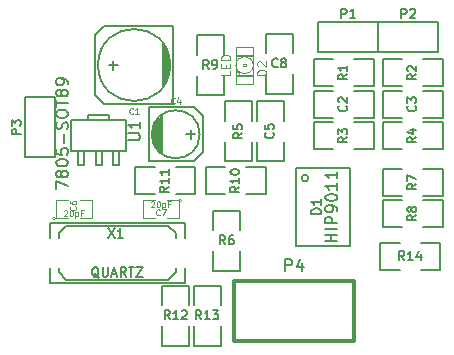
<source format=gto>
G04 (created by PCBNEW (2013-07-07 BZR 4022)-stable) date 06/12/2013 23:02:34*
%MOIN*%
G04 Gerber Fmt 3.4, Leading zero omitted, Abs format*
%FSLAX34Y34*%
G01*
G70*
G90*
G04 APERTURE LIST*
%ADD10C,0.00393701*%
%ADD11C,0.005*%
%ADD12C,0.0039*%
%ADD13C,0.00590551*%
%ADD14C,0.012*%
%ADD15C,0.006*%
%ADD16C,0.0026*%
%ADD17C,0.004*%
%ADD18C,0.0059*%
%ADD19C,0.0079*%
%ADD20C,0.0043*%
%ADD21C,0.008*%
%ADD22C,0.0035*%
%ADD23C,0.0047*%
G04 APERTURE END LIST*
G54D10*
G54D11*
X37514Y-15866D02*
X37514Y-13266D01*
X37514Y-13266D02*
X35714Y-13266D01*
X35714Y-13266D02*
X35714Y-15866D01*
X35714Y-15866D02*
X37514Y-15866D01*
X36125Y-13616D02*
G75*
G03X36125Y-13616I-111J0D01*
G74*
G01*
X29623Y-13189D02*
X29823Y-13189D01*
X29823Y-13189D02*
X29823Y-12719D01*
X29623Y-13189D02*
X29623Y-12719D01*
X29033Y-13189D02*
X29033Y-12719D01*
X29233Y-13189D02*
X29233Y-12719D01*
X29033Y-13189D02*
X29233Y-13189D01*
X28443Y-13189D02*
X28643Y-13189D01*
X28643Y-13189D02*
X28643Y-12719D01*
X28443Y-13189D02*
X28443Y-12719D01*
X28778Y-11494D02*
X29488Y-11494D01*
X29488Y-11494D02*
X29488Y-11689D01*
X28778Y-11494D02*
X28778Y-11689D01*
X28228Y-12719D02*
X28228Y-11689D01*
X28228Y-11689D02*
X30038Y-11689D01*
X30038Y-11689D02*
X30038Y-12719D01*
X30038Y-12719D02*
X28228Y-12719D01*
X40520Y-16670D02*
X40520Y-15770D01*
X40520Y-15770D02*
X39870Y-15770D01*
X39170Y-16670D02*
X38520Y-16670D01*
X38520Y-16670D02*
X38520Y-15770D01*
X38520Y-15770D02*
X39170Y-15770D01*
X39870Y-16670D02*
X40520Y-16670D01*
X32150Y-17200D02*
X31250Y-17200D01*
X31250Y-17200D02*
X31250Y-17850D01*
X32150Y-18550D02*
X32150Y-19200D01*
X32150Y-19200D02*
X31250Y-19200D01*
X31250Y-19200D02*
X31250Y-18550D01*
X32150Y-17850D02*
X32150Y-17200D01*
X30350Y-13250D02*
X30350Y-14150D01*
X30350Y-14150D02*
X31000Y-14150D01*
X31700Y-13250D02*
X32350Y-13250D01*
X32350Y-13250D02*
X32350Y-14150D01*
X32350Y-14150D02*
X31700Y-14150D01*
X31000Y-13250D02*
X30350Y-13250D01*
X32700Y-13250D02*
X32700Y-14150D01*
X32700Y-14150D02*
X33350Y-14150D01*
X34050Y-13250D02*
X34700Y-13250D01*
X34700Y-13250D02*
X34700Y-14150D01*
X34700Y-14150D02*
X34050Y-14150D01*
X33350Y-13250D02*
X32700Y-13250D01*
X33300Y-8850D02*
X32400Y-8850D01*
X32400Y-8850D02*
X32400Y-9500D01*
X33300Y-10200D02*
X33300Y-10850D01*
X33300Y-10850D02*
X32400Y-10850D01*
X32400Y-10850D02*
X32400Y-10200D01*
X33300Y-9500D02*
X33300Y-8850D01*
X33200Y-17200D02*
X32300Y-17200D01*
X32300Y-17200D02*
X32300Y-17850D01*
X33200Y-18550D02*
X33200Y-19200D01*
X33200Y-19200D02*
X32300Y-19200D01*
X32300Y-19200D02*
X32300Y-18550D01*
X33200Y-17850D02*
X33200Y-17200D01*
X34250Y-11050D02*
X33350Y-11050D01*
X33350Y-11050D02*
X33350Y-11700D01*
X34250Y-12400D02*
X34250Y-13050D01*
X34250Y-13050D02*
X33350Y-13050D01*
X33350Y-13050D02*
X33350Y-12400D01*
X34250Y-11700D02*
X34250Y-11050D01*
X34700Y-10800D02*
X35600Y-10800D01*
X35600Y-10800D02*
X35600Y-10150D01*
X34700Y-9450D02*
X34700Y-8800D01*
X34700Y-8800D02*
X35600Y-8800D01*
X35600Y-8800D02*
X35600Y-9450D01*
X34700Y-10150D02*
X34700Y-10800D01*
X32950Y-16700D02*
X33850Y-16700D01*
X33850Y-16700D02*
X33850Y-16050D01*
X32950Y-15350D02*
X32950Y-14700D01*
X32950Y-14700D02*
X33850Y-14700D01*
X33850Y-14700D02*
X33850Y-15350D01*
X32950Y-16050D02*
X32950Y-16700D01*
X34400Y-13050D02*
X35300Y-13050D01*
X35300Y-13050D02*
X35300Y-12400D01*
X34400Y-11700D02*
X34400Y-11050D01*
X34400Y-11050D02*
X35300Y-11050D01*
X35300Y-11050D02*
X35300Y-11700D01*
X34400Y-12400D02*
X34400Y-13050D01*
X38600Y-14350D02*
X38600Y-15250D01*
X38600Y-15250D02*
X39250Y-15250D01*
X39950Y-14350D02*
X40600Y-14350D01*
X40600Y-14350D02*
X40600Y-15250D01*
X40600Y-15250D02*
X39950Y-15250D01*
X39250Y-14350D02*
X38600Y-14350D01*
X38600Y-13300D02*
X38600Y-14200D01*
X38600Y-14200D02*
X39250Y-14200D01*
X39950Y-13300D02*
X40600Y-13300D01*
X40600Y-13300D02*
X40600Y-14200D01*
X40600Y-14200D02*
X39950Y-14200D01*
X39250Y-13300D02*
X38600Y-13300D01*
X38600Y-11750D02*
X38600Y-12650D01*
X38600Y-12650D02*
X39250Y-12650D01*
X39950Y-11750D02*
X40600Y-11750D01*
X40600Y-11750D02*
X40600Y-12650D01*
X40600Y-12650D02*
X39950Y-12650D01*
X39250Y-11750D02*
X38600Y-11750D01*
X36300Y-11750D02*
X36300Y-12650D01*
X36300Y-12650D02*
X36950Y-12650D01*
X37650Y-11750D02*
X38300Y-11750D01*
X38300Y-11750D02*
X38300Y-12650D01*
X38300Y-12650D02*
X37650Y-12650D01*
X36950Y-11750D02*
X36300Y-11750D01*
X40600Y-11600D02*
X40600Y-10700D01*
X40600Y-10700D02*
X39950Y-10700D01*
X39250Y-11600D02*
X38600Y-11600D01*
X38600Y-11600D02*
X38600Y-10700D01*
X38600Y-10700D02*
X39250Y-10700D01*
X39950Y-11600D02*
X40600Y-11600D01*
X40600Y-10550D02*
X40600Y-9650D01*
X40600Y-9650D02*
X39950Y-9650D01*
X39250Y-10550D02*
X38600Y-10550D01*
X38600Y-10550D02*
X38600Y-9650D01*
X38600Y-9650D02*
X39250Y-9650D01*
X39950Y-10550D02*
X40600Y-10550D01*
X38300Y-10550D02*
X38300Y-9650D01*
X38300Y-9650D02*
X37650Y-9650D01*
X36950Y-10550D02*
X36300Y-10550D01*
X36300Y-10550D02*
X36300Y-9650D01*
X36300Y-9650D02*
X36950Y-9650D01*
X37650Y-10550D02*
X38300Y-10550D01*
X38300Y-11600D02*
X38300Y-10700D01*
X38300Y-10700D02*
X37650Y-10700D01*
X36950Y-11600D02*
X36300Y-11600D01*
X36300Y-11600D02*
X36300Y-10700D01*
X36300Y-10700D02*
X36950Y-10700D01*
X37650Y-11600D02*
X38300Y-11600D01*
G54D12*
X27700Y-14950D02*
G75*
G03X27700Y-14950I-50J0D01*
G74*
G01*
X28100Y-14950D02*
X27700Y-14950D01*
X27700Y-14950D02*
X27700Y-14350D01*
X27700Y-14350D02*
X28100Y-14350D01*
X28500Y-14350D02*
X28900Y-14350D01*
X28900Y-14350D02*
X28900Y-14950D01*
X28900Y-14950D02*
X28500Y-14950D01*
X31900Y-14350D02*
G75*
G03X31900Y-14350I-50J0D01*
G74*
G01*
X31400Y-14350D02*
X31800Y-14350D01*
X31800Y-14350D02*
X31800Y-14950D01*
X31800Y-14950D02*
X31400Y-14950D01*
X31000Y-14950D02*
X30600Y-14950D01*
X30600Y-14950D02*
X30600Y-14350D01*
X30600Y-14350D02*
X31000Y-14350D01*
G54D13*
X27800Y-15450D02*
X27800Y-15600D01*
X27800Y-16750D02*
X27800Y-16600D01*
X31700Y-16750D02*
X31700Y-16600D01*
X31700Y-15450D02*
X31700Y-15600D01*
X32000Y-15100D02*
X32000Y-15600D01*
X32000Y-17100D02*
X32000Y-16600D01*
X27500Y-17100D02*
X27500Y-16600D01*
X27500Y-15100D02*
X27500Y-15600D01*
X27800Y-16750D02*
X28050Y-17000D01*
X28050Y-17000D02*
X31450Y-17000D01*
X31450Y-17000D02*
X31700Y-16750D01*
X31700Y-15450D02*
X31450Y-15200D01*
X31450Y-15200D02*
X28050Y-15200D01*
X28050Y-15200D02*
X27800Y-15450D01*
X32000Y-17100D02*
X27500Y-17100D01*
X27500Y-15100D02*
X32000Y-15100D01*
G54D14*
X33650Y-17050D02*
X37650Y-17050D01*
X37650Y-17050D02*
X37650Y-19050D01*
X37650Y-19050D02*
X33650Y-19050D01*
X33650Y-19050D02*
X33650Y-17050D01*
G54D15*
X38450Y-9400D02*
X38450Y-8400D01*
X38450Y-8400D02*
X40450Y-8400D01*
X40450Y-8400D02*
X40450Y-9400D01*
X40450Y-9400D02*
X38450Y-9400D01*
X36450Y-9400D02*
X36450Y-8400D01*
X36450Y-8400D02*
X38450Y-8400D01*
X38450Y-8400D02*
X38450Y-9400D01*
X38450Y-9400D02*
X36450Y-9400D01*
X27665Y-12917D02*
X26665Y-12917D01*
X26665Y-12917D02*
X26665Y-10917D01*
X26665Y-10917D02*
X27665Y-10917D01*
X27665Y-10917D02*
X27665Y-12917D01*
G54D16*
X33961Y-9811D02*
X33961Y-9889D01*
X33961Y-9889D02*
X34039Y-9889D01*
X34039Y-9811D02*
X34039Y-9889D01*
X33961Y-9811D02*
X34039Y-9811D01*
X33725Y-10027D02*
X33725Y-10164D01*
X33725Y-10164D02*
X33823Y-10164D01*
X33823Y-10027D02*
X33823Y-10164D01*
X33725Y-10027D02*
X33823Y-10027D01*
X33725Y-10164D02*
X33725Y-10204D01*
X33725Y-10204D02*
X34196Y-10204D01*
X34196Y-10164D02*
X34196Y-10204D01*
X33725Y-10164D02*
X34196Y-10164D01*
X34216Y-10164D02*
X34216Y-10204D01*
X34216Y-10204D02*
X34275Y-10204D01*
X34275Y-10164D02*
X34275Y-10204D01*
X34216Y-10164D02*
X34275Y-10164D01*
X33725Y-9496D02*
X33725Y-9536D01*
X33725Y-9536D02*
X34196Y-9536D01*
X34196Y-9496D02*
X34196Y-9536D01*
X33725Y-9496D02*
X34196Y-9496D01*
X34216Y-9496D02*
X34216Y-9536D01*
X34216Y-9536D02*
X34275Y-9536D01*
X34275Y-9496D02*
X34275Y-9536D01*
X34216Y-9496D02*
X34275Y-9496D01*
X33725Y-10027D02*
X33725Y-10086D01*
X33725Y-10086D02*
X33823Y-10086D01*
X33823Y-10027D02*
X33823Y-10086D01*
X33725Y-10027D02*
X33823Y-10027D01*
G54D17*
X33705Y-10460D02*
X33705Y-9240D01*
X33705Y-9240D02*
X34295Y-9240D01*
X34295Y-9240D02*
X34295Y-10460D01*
X34295Y-10460D02*
X33705Y-10460D01*
X33803Y-9634D02*
G75*
G03X33804Y-10066I196J-215D01*
G74*
G01*
X34196Y-9634D02*
G75*
G03X33804Y-9633I-196J-215D01*
G74*
G01*
X34196Y-10065D02*
G75*
G03X34195Y-9633I-196J215D01*
G74*
G01*
X33803Y-10065D02*
G75*
G03X34195Y-10066I196J215D01*
G74*
G01*
G54D11*
X31464Y-10142D02*
X31464Y-9542D01*
X31414Y-9392D02*
X31414Y-10292D01*
X31364Y-10392D02*
X31364Y-9292D01*
X31314Y-9192D02*
X31314Y-10492D01*
X31264Y-10542D02*
X31264Y-9142D01*
X31514Y-9842D02*
G75*
G03X31514Y-9842I-1200J0D01*
G74*
G01*
X31614Y-11142D02*
X31614Y-8542D01*
X31614Y-8542D02*
X29314Y-8542D01*
X29314Y-8542D02*
X29014Y-8842D01*
X29014Y-8842D02*
X29014Y-10842D01*
X29014Y-10842D02*
X29314Y-11142D01*
X29314Y-11142D02*
X31614Y-11142D01*
X29464Y-9842D02*
X29764Y-9842D01*
X29614Y-9992D02*
X29614Y-9692D01*
X32350Y-12150D02*
X32050Y-12150D01*
X32200Y-12000D02*
X32200Y-12300D01*
X32300Y-13050D02*
X30800Y-13050D01*
X32600Y-11550D02*
X32600Y-12750D01*
X32300Y-13050D02*
X32600Y-12750D01*
X32300Y-11250D02*
X30800Y-11250D01*
X32300Y-11250D02*
X32600Y-11550D01*
X30900Y-12200D02*
X30900Y-12100D01*
X30950Y-11900D02*
X30950Y-12400D01*
X31000Y-12500D02*
X31000Y-11800D01*
X31050Y-12600D02*
X31050Y-11700D01*
X31100Y-11650D02*
X31100Y-12650D01*
X31150Y-12700D02*
X31150Y-11600D01*
X31200Y-11550D02*
X31200Y-12750D01*
X31250Y-11500D02*
X31250Y-12800D01*
X32500Y-12150D02*
G75*
G03X32500Y-12150I-800J0D01*
G74*
G01*
X30800Y-11250D02*
X30800Y-13050D01*
G54D18*
X36541Y-14799D02*
X36226Y-14799D01*
X36226Y-14724D01*
X36241Y-14679D01*
X36271Y-14649D01*
X36301Y-14634D01*
X36361Y-14619D01*
X36406Y-14619D01*
X36466Y-14634D01*
X36496Y-14649D01*
X36526Y-14679D01*
X36541Y-14724D01*
X36541Y-14799D01*
X36541Y-14319D02*
X36541Y-14499D01*
X36541Y-14409D02*
X36226Y-14409D01*
X36271Y-14439D01*
X36301Y-14469D01*
X36316Y-14499D01*
X37088Y-15720D02*
X36694Y-15720D01*
X36882Y-15720D02*
X36882Y-15495D01*
X37088Y-15495D02*
X36694Y-15495D01*
X37088Y-15308D02*
X36694Y-15308D01*
X37088Y-15120D02*
X36694Y-15120D01*
X36694Y-14970D01*
X36713Y-14932D01*
X36732Y-14914D01*
X36769Y-14895D01*
X36825Y-14895D01*
X36863Y-14914D01*
X36882Y-14932D01*
X36901Y-14970D01*
X36901Y-15120D01*
X37088Y-14707D02*
X37088Y-14632D01*
X37069Y-14595D01*
X37051Y-14576D01*
X36994Y-14538D01*
X36919Y-14520D01*
X36769Y-14520D01*
X36732Y-14538D01*
X36713Y-14557D01*
X36694Y-14595D01*
X36694Y-14670D01*
X36713Y-14707D01*
X36732Y-14726D01*
X36769Y-14745D01*
X36863Y-14745D01*
X36901Y-14726D01*
X36919Y-14707D01*
X36938Y-14670D01*
X36938Y-14595D01*
X36919Y-14557D01*
X36901Y-14538D01*
X36863Y-14520D01*
X36694Y-14276D02*
X36694Y-14238D01*
X36713Y-14201D01*
X36732Y-14182D01*
X36769Y-14163D01*
X36844Y-14144D01*
X36938Y-14144D01*
X37013Y-14163D01*
X37051Y-14182D01*
X37069Y-14201D01*
X37088Y-14238D01*
X37088Y-14276D01*
X37069Y-14313D01*
X37051Y-14332D01*
X37013Y-14351D01*
X36938Y-14369D01*
X36844Y-14369D01*
X36769Y-14351D01*
X36732Y-14332D01*
X36713Y-14313D01*
X36694Y-14276D01*
X37088Y-13769D02*
X37088Y-13994D01*
X37088Y-13882D02*
X36694Y-13882D01*
X36750Y-13919D01*
X36788Y-13957D01*
X36807Y-13994D01*
X37088Y-13394D02*
X37088Y-13619D01*
X37088Y-13506D02*
X36694Y-13506D01*
X36750Y-13544D01*
X36788Y-13581D01*
X36807Y-13619D01*
G54D19*
X30119Y-12347D02*
X30438Y-12347D01*
X30475Y-12329D01*
X30494Y-12310D01*
X30513Y-12272D01*
X30513Y-12197D01*
X30494Y-12160D01*
X30475Y-12141D01*
X30438Y-12122D01*
X30119Y-12122D01*
X30513Y-11728D02*
X30513Y-11953D01*
X30513Y-11841D02*
X30119Y-11841D01*
X30175Y-11878D01*
X30213Y-11916D01*
X30231Y-11953D01*
X27718Y-13983D02*
X27718Y-13720D01*
X28112Y-13889D01*
X27887Y-13514D02*
X27868Y-13551D01*
X27849Y-13570D01*
X27812Y-13589D01*
X27793Y-13589D01*
X27755Y-13570D01*
X27737Y-13551D01*
X27718Y-13514D01*
X27718Y-13439D01*
X27737Y-13401D01*
X27755Y-13382D01*
X27793Y-13364D01*
X27812Y-13364D01*
X27849Y-13382D01*
X27868Y-13401D01*
X27887Y-13439D01*
X27887Y-13514D01*
X27905Y-13551D01*
X27924Y-13570D01*
X27962Y-13589D01*
X28037Y-13589D01*
X28074Y-13570D01*
X28093Y-13551D01*
X28112Y-13514D01*
X28112Y-13439D01*
X28093Y-13401D01*
X28074Y-13382D01*
X28037Y-13364D01*
X27962Y-13364D01*
X27924Y-13382D01*
X27905Y-13401D01*
X27887Y-13439D01*
X27718Y-13120D02*
X27718Y-13082D01*
X27737Y-13045D01*
X27755Y-13026D01*
X27793Y-13007D01*
X27868Y-12988D01*
X27962Y-12988D01*
X28037Y-13007D01*
X28074Y-13026D01*
X28093Y-13045D01*
X28112Y-13082D01*
X28112Y-13120D01*
X28093Y-13157D01*
X28074Y-13176D01*
X28037Y-13195D01*
X27962Y-13213D01*
X27868Y-13213D01*
X27793Y-13195D01*
X27755Y-13176D01*
X27737Y-13157D01*
X27718Y-13120D01*
X27718Y-12632D02*
X27718Y-12819D01*
X27905Y-12838D01*
X27887Y-12819D01*
X27868Y-12782D01*
X27868Y-12688D01*
X27887Y-12651D01*
X27905Y-12632D01*
X27943Y-12613D01*
X28037Y-12613D01*
X28074Y-12632D01*
X28093Y-12651D01*
X28112Y-12688D01*
X28112Y-12782D01*
X28093Y-12819D01*
X28074Y-12838D01*
X27962Y-12444D02*
X27962Y-12144D01*
X28093Y-11975D02*
X28112Y-11919D01*
X28112Y-11825D01*
X28093Y-11788D01*
X28074Y-11769D01*
X28037Y-11750D01*
X27999Y-11750D01*
X27962Y-11769D01*
X27943Y-11788D01*
X27924Y-11825D01*
X27905Y-11900D01*
X27887Y-11938D01*
X27868Y-11956D01*
X27830Y-11975D01*
X27793Y-11975D01*
X27755Y-11956D01*
X27737Y-11938D01*
X27718Y-11900D01*
X27718Y-11806D01*
X27737Y-11750D01*
X27718Y-11506D02*
X27718Y-11431D01*
X27737Y-11394D01*
X27774Y-11356D01*
X27849Y-11337D01*
X27981Y-11337D01*
X28056Y-11356D01*
X28093Y-11394D01*
X28112Y-11431D01*
X28112Y-11506D01*
X28093Y-11544D01*
X28056Y-11581D01*
X27981Y-11600D01*
X27849Y-11600D01*
X27774Y-11581D01*
X27737Y-11544D01*
X27718Y-11506D01*
X27718Y-11225D02*
X27718Y-11000D01*
X28112Y-11112D02*
X27718Y-11112D01*
X27887Y-10812D02*
X27868Y-10849D01*
X27849Y-10868D01*
X27812Y-10887D01*
X27793Y-10887D01*
X27755Y-10868D01*
X27737Y-10849D01*
X27718Y-10812D01*
X27718Y-10737D01*
X27737Y-10699D01*
X27755Y-10681D01*
X27793Y-10662D01*
X27812Y-10662D01*
X27849Y-10681D01*
X27868Y-10699D01*
X27887Y-10737D01*
X27887Y-10812D01*
X27905Y-10849D01*
X27924Y-10868D01*
X27962Y-10887D01*
X28037Y-10887D01*
X28074Y-10868D01*
X28093Y-10849D01*
X28112Y-10812D01*
X28112Y-10737D01*
X28093Y-10699D01*
X28074Y-10681D01*
X28037Y-10662D01*
X27962Y-10662D01*
X27924Y-10681D01*
X27905Y-10699D01*
X27887Y-10737D01*
X28112Y-10474D02*
X28112Y-10399D01*
X28093Y-10362D01*
X28074Y-10343D01*
X28018Y-10305D01*
X27943Y-10287D01*
X27793Y-10287D01*
X27755Y-10305D01*
X27737Y-10324D01*
X27718Y-10362D01*
X27718Y-10437D01*
X27737Y-10474D01*
X27755Y-10493D01*
X27793Y-10512D01*
X27887Y-10512D01*
X27924Y-10493D01*
X27943Y-10474D01*
X27962Y-10437D01*
X27962Y-10362D01*
X27943Y-10324D01*
X27924Y-10305D01*
X27887Y-10287D01*
G54D11*
X39327Y-16341D02*
X39227Y-16198D01*
X39155Y-16341D02*
X39155Y-16041D01*
X39270Y-16041D01*
X39298Y-16055D01*
X39312Y-16070D01*
X39327Y-16098D01*
X39327Y-16141D01*
X39312Y-16170D01*
X39298Y-16184D01*
X39270Y-16198D01*
X39155Y-16198D01*
X39612Y-16341D02*
X39441Y-16341D01*
X39527Y-16341D02*
X39527Y-16041D01*
X39498Y-16084D01*
X39470Y-16112D01*
X39441Y-16127D01*
X39870Y-16141D02*
X39870Y-16341D01*
X39798Y-16027D02*
X39727Y-16241D01*
X39912Y-16241D01*
X31507Y-18321D02*
X31407Y-18178D01*
X31335Y-18321D02*
X31335Y-18021D01*
X31450Y-18021D01*
X31478Y-18035D01*
X31492Y-18050D01*
X31507Y-18078D01*
X31507Y-18121D01*
X31492Y-18150D01*
X31478Y-18164D01*
X31450Y-18178D01*
X31335Y-18178D01*
X31792Y-18321D02*
X31621Y-18321D01*
X31707Y-18321D02*
X31707Y-18021D01*
X31678Y-18064D01*
X31650Y-18092D01*
X31621Y-18107D01*
X31907Y-18050D02*
X31921Y-18035D01*
X31950Y-18021D01*
X32021Y-18021D01*
X32050Y-18035D01*
X32064Y-18050D01*
X32078Y-18078D01*
X32078Y-18107D01*
X32064Y-18150D01*
X31892Y-18321D01*
X32078Y-18321D01*
X31471Y-13892D02*
X31328Y-13992D01*
X31471Y-14064D02*
X31171Y-14064D01*
X31171Y-13950D01*
X31185Y-13921D01*
X31200Y-13907D01*
X31228Y-13892D01*
X31271Y-13892D01*
X31300Y-13907D01*
X31314Y-13921D01*
X31328Y-13950D01*
X31328Y-14064D01*
X31471Y-13607D02*
X31471Y-13778D01*
X31471Y-13692D02*
X31171Y-13692D01*
X31214Y-13721D01*
X31242Y-13750D01*
X31257Y-13778D01*
X31471Y-13321D02*
X31471Y-13492D01*
X31471Y-13407D02*
X31171Y-13407D01*
X31214Y-13435D01*
X31242Y-13464D01*
X31257Y-13492D01*
X33821Y-13892D02*
X33678Y-13992D01*
X33821Y-14064D02*
X33521Y-14064D01*
X33521Y-13950D01*
X33535Y-13921D01*
X33550Y-13907D01*
X33578Y-13892D01*
X33621Y-13892D01*
X33650Y-13907D01*
X33664Y-13921D01*
X33678Y-13950D01*
X33678Y-14064D01*
X33821Y-13607D02*
X33821Y-13778D01*
X33821Y-13692D02*
X33521Y-13692D01*
X33564Y-13721D01*
X33592Y-13750D01*
X33607Y-13778D01*
X33521Y-13421D02*
X33521Y-13392D01*
X33535Y-13364D01*
X33550Y-13350D01*
X33578Y-13335D01*
X33635Y-13321D01*
X33707Y-13321D01*
X33764Y-13335D01*
X33792Y-13350D01*
X33807Y-13364D01*
X33821Y-13392D01*
X33821Y-13421D01*
X33807Y-13450D01*
X33792Y-13464D01*
X33764Y-13478D01*
X33707Y-13492D01*
X33635Y-13492D01*
X33578Y-13478D01*
X33550Y-13464D01*
X33535Y-13450D01*
X33521Y-13421D01*
X32800Y-9971D02*
X32700Y-9828D01*
X32628Y-9971D02*
X32628Y-9671D01*
X32742Y-9671D01*
X32771Y-9685D01*
X32785Y-9700D01*
X32800Y-9728D01*
X32800Y-9771D01*
X32785Y-9800D01*
X32771Y-9814D01*
X32742Y-9828D01*
X32628Y-9828D01*
X32942Y-9971D02*
X33000Y-9971D01*
X33028Y-9957D01*
X33042Y-9942D01*
X33071Y-9900D01*
X33085Y-9842D01*
X33085Y-9728D01*
X33071Y-9700D01*
X33057Y-9685D01*
X33028Y-9671D01*
X32971Y-9671D01*
X32942Y-9685D01*
X32928Y-9700D01*
X32914Y-9728D01*
X32914Y-9800D01*
X32928Y-9828D01*
X32942Y-9842D01*
X32971Y-9857D01*
X33028Y-9857D01*
X33057Y-9842D01*
X33071Y-9828D01*
X33085Y-9800D01*
X32557Y-18321D02*
X32457Y-18178D01*
X32385Y-18321D02*
X32385Y-18021D01*
X32500Y-18021D01*
X32528Y-18035D01*
X32542Y-18050D01*
X32557Y-18078D01*
X32557Y-18121D01*
X32542Y-18150D01*
X32528Y-18164D01*
X32500Y-18178D01*
X32385Y-18178D01*
X32842Y-18321D02*
X32671Y-18321D01*
X32757Y-18321D02*
X32757Y-18021D01*
X32728Y-18064D01*
X32700Y-18092D01*
X32671Y-18107D01*
X32942Y-18021D02*
X33128Y-18021D01*
X33028Y-18135D01*
X33071Y-18135D01*
X33100Y-18150D01*
X33114Y-18164D01*
X33128Y-18192D01*
X33128Y-18264D01*
X33114Y-18292D01*
X33100Y-18307D01*
X33071Y-18321D01*
X32985Y-18321D01*
X32957Y-18307D01*
X32942Y-18292D01*
X33921Y-12100D02*
X33778Y-12200D01*
X33921Y-12271D02*
X33621Y-12271D01*
X33621Y-12157D01*
X33635Y-12128D01*
X33650Y-12114D01*
X33678Y-12100D01*
X33721Y-12100D01*
X33750Y-12114D01*
X33764Y-12128D01*
X33778Y-12157D01*
X33778Y-12271D01*
X33621Y-11828D02*
X33621Y-11971D01*
X33764Y-11985D01*
X33750Y-11971D01*
X33735Y-11942D01*
X33735Y-11871D01*
X33750Y-11842D01*
X33764Y-11828D01*
X33792Y-11814D01*
X33864Y-11814D01*
X33892Y-11828D01*
X33907Y-11842D01*
X33921Y-11871D01*
X33921Y-11942D01*
X33907Y-11971D01*
X33892Y-11985D01*
X35100Y-9892D02*
X35085Y-9907D01*
X35042Y-9921D01*
X35014Y-9921D01*
X34971Y-9907D01*
X34942Y-9878D01*
X34928Y-9850D01*
X34914Y-9792D01*
X34914Y-9750D01*
X34928Y-9692D01*
X34942Y-9664D01*
X34971Y-9635D01*
X35014Y-9621D01*
X35042Y-9621D01*
X35085Y-9635D01*
X35100Y-9650D01*
X35271Y-9750D02*
X35242Y-9735D01*
X35228Y-9721D01*
X35214Y-9692D01*
X35214Y-9678D01*
X35228Y-9650D01*
X35242Y-9635D01*
X35271Y-9621D01*
X35328Y-9621D01*
X35357Y-9635D01*
X35371Y-9650D01*
X35385Y-9678D01*
X35385Y-9692D01*
X35371Y-9721D01*
X35357Y-9735D01*
X35328Y-9750D01*
X35271Y-9750D01*
X35242Y-9764D01*
X35228Y-9778D01*
X35214Y-9807D01*
X35214Y-9864D01*
X35228Y-9892D01*
X35242Y-9907D01*
X35271Y-9921D01*
X35328Y-9921D01*
X35357Y-9907D01*
X35371Y-9892D01*
X35385Y-9864D01*
X35385Y-9807D01*
X35371Y-9778D01*
X35357Y-9764D01*
X35328Y-9750D01*
X33350Y-15821D02*
X33250Y-15678D01*
X33178Y-15821D02*
X33178Y-15521D01*
X33292Y-15521D01*
X33321Y-15535D01*
X33335Y-15550D01*
X33350Y-15578D01*
X33350Y-15621D01*
X33335Y-15650D01*
X33321Y-15664D01*
X33292Y-15678D01*
X33178Y-15678D01*
X33607Y-15521D02*
X33550Y-15521D01*
X33521Y-15535D01*
X33507Y-15550D01*
X33478Y-15592D01*
X33464Y-15650D01*
X33464Y-15764D01*
X33478Y-15792D01*
X33492Y-15807D01*
X33521Y-15821D01*
X33578Y-15821D01*
X33607Y-15807D01*
X33621Y-15792D01*
X33635Y-15764D01*
X33635Y-15692D01*
X33621Y-15664D01*
X33607Y-15650D01*
X33578Y-15635D01*
X33521Y-15635D01*
X33492Y-15650D01*
X33478Y-15664D01*
X33464Y-15692D01*
X34942Y-12100D02*
X34957Y-12114D01*
X34971Y-12157D01*
X34971Y-12185D01*
X34957Y-12228D01*
X34928Y-12257D01*
X34900Y-12271D01*
X34842Y-12285D01*
X34800Y-12285D01*
X34742Y-12271D01*
X34714Y-12257D01*
X34685Y-12228D01*
X34671Y-12185D01*
X34671Y-12157D01*
X34685Y-12114D01*
X34700Y-12100D01*
X34671Y-11828D02*
X34671Y-11971D01*
X34814Y-11985D01*
X34800Y-11971D01*
X34785Y-11942D01*
X34785Y-11871D01*
X34800Y-11842D01*
X34814Y-11828D01*
X34842Y-11814D01*
X34914Y-11814D01*
X34942Y-11828D01*
X34957Y-11842D01*
X34971Y-11871D01*
X34971Y-11942D01*
X34957Y-11971D01*
X34942Y-11985D01*
X39721Y-14850D02*
X39578Y-14950D01*
X39721Y-15021D02*
X39421Y-15021D01*
X39421Y-14907D01*
X39435Y-14878D01*
X39450Y-14864D01*
X39478Y-14850D01*
X39521Y-14850D01*
X39550Y-14864D01*
X39564Y-14878D01*
X39578Y-14907D01*
X39578Y-15021D01*
X39550Y-14678D02*
X39535Y-14707D01*
X39521Y-14721D01*
X39492Y-14735D01*
X39478Y-14735D01*
X39450Y-14721D01*
X39435Y-14707D01*
X39421Y-14678D01*
X39421Y-14621D01*
X39435Y-14592D01*
X39450Y-14578D01*
X39478Y-14564D01*
X39492Y-14564D01*
X39521Y-14578D01*
X39535Y-14592D01*
X39550Y-14621D01*
X39550Y-14678D01*
X39564Y-14707D01*
X39578Y-14721D01*
X39607Y-14735D01*
X39664Y-14735D01*
X39692Y-14721D01*
X39707Y-14707D01*
X39721Y-14678D01*
X39721Y-14621D01*
X39707Y-14592D01*
X39692Y-14578D01*
X39664Y-14564D01*
X39607Y-14564D01*
X39578Y-14578D01*
X39564Y-14592D01*
X39550Y-14621D01*
X39721Y-13800D02*
X39578Y-13900D01*
X39721Y-13971D02*
X39421Y-13971D01*
X39421Y-13857D01*
X39435Y-13828D01*
X39450Y-13814D01*
X39478Y-13800D01*
X39521Y-13800D01*
X39550Y-13814D01*
X39564Y-13828D01*
X39578Y-13857D01*
X39578Y-13971D01*
X39421Y-13700D02*
X39421Y-13500D01*
X39721Y-13628D01*
X39721Y-12250D02*
X39578Y-12350D01*
X39721Y-12421D02*
X39421Y-12421D01*
X39421Y-12307D01*
X39435Y-12278D01*
X39450Y-12264D01*
X39478Y-12250D01*
X39521Y-12250D01*
X39550Y-12264D01*
X39564Y-12278D01*
X39578Y-12307D01*
X39578Y-12421D01*
X39521Y-11992D02*
X39721Y-11992D01*
X39407Y-12064D02*
X39621Y-12135D01*
X39621Y-11950D01*
X37421Y-12250D02*
X37278Y-12350D01*
X37421Y-12421D02*
X37121Y-12421D01*
X37121Y-12307D01*
X37135Y-12278D01*
X37150Y-12264D01*
X37178Y-12250D01*
X37221Y-12250D01*
X37250Y-12264D01*
X37264Y-12278D01*
X37278Y-12307D01*
X37278Y-12421D01*
X37121Y-12150D02*
X37121Y-11964D01*
X37235Y-12064D01*
X37235Y-12021D01*
X37250Y-11992D01*
X37264Y-11978D01*
X37292Y-11964D01*
X37364Y-11964D01*
X37392Y-11978D01*
X37407Y-11992D01*
X37421Y-12021D01*
X37421Y-12107D01*
X37407Y-12135D01*
X37392Y-12150D01*
X39692Y-11200D02*
X39707Y-11214D01*
X39721Y-11257D01*
X39721Y-11285D01*
X39707Y-11328D01*
X39678Y-11357D01*
X39650Y-11371D01*
X39592Y-11385D01*
X39550Y-11385D01*
X39492Y-11371D01*
X39464Y-11357D01*
X39435Y-11328D01*
X39421Y-11285D01*
X39421Y-11257D01*
X39435Y-11214D01*
X39450Y-11200D01*
X39421Y-11100D02*
X39421Y-10914D01*
X39535Y-11014D01*
X39535Y-10971D01*
X39550Y-10942D01*
X39564Y-10928D01*
X39592Y-10914D01*
X39664Y-10914D01*
X39692Y-10928D01*
X39707Y-10942D01*
X39721Y-10971D01*
X39721Y-11057D01*
X39707Y-11085D01*
X39692Y-11100D01*
X39721Y-10150D02*
X39578Y-10250D01*
X39721Y-10321D02*
X39421Y-10321D01*
X39421Y-10207D01*
X39435Y-10178D01*
X39450Y-10164D01*
X39478Y-10150D01*
X39521Y-10150D01*
X39550Y-10164D01*
X39564Y-10178D01*
X39578Y-10207D01*
X39578Y-10321D01*
X39450Y-10035D02*
X39435Y-10021D01*
X39421Y-9992D01*
X39421Y-9921D01*
X39435Y-9892D01*
X39450Y-9878D01*
X39478Y-9864D01*
X39507Y-9864D01*
X39550Y-9878D01*
X39721Y-10050D01*
X39721Y-9864D01*
X37421Y-10150D02*
X37278Y-10250D01*
X37421Y-10321D02*
X37121Y-10321D01*
X37121Y-10207D01*
X37135Y-10178D01*
X37150Y-10164D01*
X37178Y-10150D01*
X37221Y-10150D01*
X37250Y-10164D01*
X37264Y-10178D01*
X37278Y-10207D01*
X37278Y-10321D01*
X37421Y-9864D02*
X37421Y-10035D01*
X37421Y-9950D02*
X37121Y-9950D01*
X37164Y-9978D01*
X37192Y-10007D01*
X37207Y-10035D01*
X37392Y-11200D02*
X37407Y-11214D01*
X37421Y-11257D01*
X37421Y-11285D01*
X37407Y-11328D01*
X37378Y-11357D01*
X37350Y-11371D01*
X37292Y-11385D01*
X37250Y-11385D01*
X37192Y-11371D01*
X37164Y-11357D01*
X37135Y-11328D01*
X37121Y-11285D01*
X37121Y-11257D01*
X37135Y-11214D01*
X37150Y-11200D01*
X37150Y-11085D02*
X37135Y-11071D01*
X37121Y-11042D01*
X37121Y-10971D01*
X37135Y-10942D01*
X37150Y-10928D01*
X37178Y-10914D01*
X37207Y-10914D01*
X37250Y-10928D01*
X37421Y-11100D01*
X37421Y-10914D01*
G54D20*
X28360Y-14557D02*
X28370Y-14567D01*
X28379Y-14595D01*
X28379Y-14614D01*
X28370Y-14642D01*
X28351Y-14661D01*
X28332Y-14670D01*
X28295Y-14679D01*
X28267Y-14679D01*
X28229Y-14670D01*
X28210Y-14661D01*
X28192Y-14642D01*
X28182Y-14614D01*
X28182Y-14595D01*
X28192Y-14567D01*
X28201Y-14557D01*
X28182Y-14388D02*
X28182Y-14426D01*
X28192Y-14445D01*
X28201Y-14454D01*
X28229Y-14473D01*
X28267Y-14482D01*
X28342Y-14482D01*
X28360Y-14473D01*
X28370Y-14464D01*
X28379Y-14445D01*
X28379Y-14407D01*
X28370Y-14388D01*
X28360Y-14379D01*
X28342Y-14370D01*
X28295Y-14370D01*
X28276Y-14379D01*
X28267Y-14388D01*
X28257Y-14407D01*
X28257Y-14445D01*
X28267Y-14464D01*
X28276Y-14473D01*
X28295Y-14482D01*
X27976Y-14701D02*
X27985Y-14692D01*
X28004Y-14682D01*
X28051Y-14682D01*
X28070Y-14692D01*
X28079Y-14701D01*
X28088Y-14720D01*
X28088Y-14739D01*
X28079Y-14767D01*
X27966Y-14879D01*
X28088Y-14879D01*
X28210Y-14682D02*
X28229Y-14682D01*
X28248Y-14692D01*
X28257Y-14701D01*
X28267Y-14720D01*
X28276Y-14757D01*
X28276Y-14804D01*
X28267Y-14842D01*
X28257Y-14860D01*
X28248Y-14870D01*
X28229Y-14879D01*
X28210Y-14879D01*
X28192Y-14870D01*
X28182Y-14860D01*
X28173Y-14842D01*
X28163Y-14804D01*
X28163Y-14757D01*
X28173Y-14720D01*
X28182Y-14701D01*
X28192Y-14692D01*
X28210Y-14682D01*
X28360Y-14748D02*
X28360Y-14945D01*
X28360Y-14757D02*
X28379Y-14748D01*
X28417Y-14748D01*
X28436Y-14757D01*
X28445Y-14767D01*
X28454Y-14785D01*
X28454Y-14842D01*
X28445Y-14860D01*
X28436Y-14870D01*
X28417Y-14879D01*
X28379Y-14879D01*
X28360Y-14870D01*
X28604Y-14776D02*
X28539Y-14776D01*
X28539Y-14879D02*
X28539Y-14682D01*
X28633Y-14682D01*
X31167Y-14835D02*
X31157Y-14845D01*
X31129Y-14854D01*
X31110Y-14854D01*
X31082Y-14845D01*
X31063Y-14826D01*
X31054Y-14807D01*
X31045Y-14770D01*
X31045Y-14742D01*
X31054Y-14704D01*
X31063Y-14685D01*
X31082Y-14667D01*
X31110Y-14657D01*
X31129Y-14657D01*
X31157Y-14667D01*
X31167Y-14676D01*
X31232Y-14657D02*
X31364Y-14657D01*
X31279Y-14854D01*
X30876Y-14401D02*
X30885Y-14392D01*
X30904Y-14382D01*
X30951Y-14382D01*
X30970Y-14392D01*
X30979Y-14401D01*
X30988Y-14420D01*
X30988Y-14439D01*
X30979Y-14467D01*
X30866Y-14579D01*
X30988Y-14579D01*
X31110Y-14382D02*
X31129Y-14382D01*
X31148Y-14392D01*
X31157Y-14401D01*
X31167Y-14420D01*
X31176Y-14457D01*
X31176Y-14504D01*
X31167Y-14542D01*
X31157Y-14560D01*
X31148Y-14570D01*
X31129Y-14579D01*
X31110Y-14579D01*
X31092Y-14570D01*
X31082Y-14560D01*
X31073Y-14542D01*
X31063Y-14504D01*
X31063Y-14457D01*
X31073Y-14420D01*
X31082Y-14401D01*
X31092Y-14392D01*
X31110Y-14382D01*
X31260Y-14448D02*
X31260Y-14645D01*
X31260Y-14457D02*
X31279Y-14448D01*
X31317Y-14448D01*
X31336Y-14457D01*
X31345Y-14467D01*
X31354Y-14485D01*
X31354Y-14542D01*
X31345Y-14560D01*
X31336Y-14570D01*
X31317Y-14579D01*
X31279Y-14579D01*
X31260Y-14570D01*
X31504Y-14476D02*
X31439Y-14476D01*
X31439Y-14579D02*
X31439Y-14382D01*
X31533Y-14382D01*
G54D13*
X29455Y-15282D02*
X29665Y-15597D01*
X29665Y-15282D02*
X29455Y-15597D01*
X29950Y-15597D02*
X29770Y-15597D01*
X29860Y-15597D02*
X29860Y-15282D01*
X29830Y-15327D01*
X29800Y-15357D01*
X29770Y-15372D01*
X29142Y-16926D02*
X29112Y-16911D01*
X29082Y-16881D01*
X29037Y-16836D01*
X29007Y-16821D01*
X28977Y-16821D01*
X28992Y-16896D02*
X28962Y-16881D01*
X28932Y-16851D01*
X28917Y-16791D01*
X28917Y-16686D01*
X28932Y-16626D01*
X28962Y-16596D01*
X28992Y-16581D01*
X29052Y-16581D01*
X29082Y-16596D01*
X29112Y-16626D01*
X29127Y-16686D01*
X29127Y-16791D01*
X29112Y-16851D01*
X29082Y-16881D01*
X29052Y-16896D01*
X28992Y-16896D01*
X29262Y-16581D02*
X29262Y-16836D01*
X29277Y-16866D01*
X29292Y-16881D01*
X29322Y-16896D01*
X29382Y-16896D01*
X29412Y-16881D01*
X29427Y-16866D01*
X29442Y-16836D01*
X29442Y-16581D01*
X29577Y-16806D02*
X29727Y-16806D01*
X29547Y-16896D02*
X29652Y-16581D01*
X29757Y-16896D01*
X30042Y-16896D02*
X29937Y-16746D01*
X29862Y-16896D02*
X29862Y-16581D01*
X29982Y-16581D01*
X30012Y-16596D01*
X30027Y-16611D01*
X30042Y-16641D01*
X30042Y-16686D01*
X30027Y-16716D01*
X30012Y-16731D01*
X29982Y-16746D01*
X29862Y-16746D01*
X30132Y-16581D02*
X30312Y-16581D01*
X30222Y-16896D02*
X30222Y-16581D01*
X30387Y-16581D02*
X30597Y-16581D01*
X30387Y-16896D01*
X30597Y-16896D01*
G54D21*
X35354Y-16711D02*
X35354Y-16311D01*
X35507Y-16311D01*
X35545Y-16330D01*
X35564Y-16350D01*
X35583Y-16388D01*
X35583Y-16445D01*
X35564Y-16483D01*
X35545Y-16502D01*
X35507Y-16521D01*
X35354Y-16521D01*
X35926Y-16445D02*
X35926Y-16711D01*
X35830Y-16292D02*
X35735Y-16578D01*
X35983Y-16578D01*
G54D15*
X39228Y-8271D02*
X39228Y-7971D01*
X39342Y-7971D01*
X39371Y-7985D01*
X39385Y-8000D01*
X39400Y-8028D01*
X39400Y-8071D01*
X39385Y-8100D01*
X39371Y-8114D01*
X39342Y-8128D01*
X39228Y-8128D01*
X39514Y-8000D02*
X39528Y-7985D01*
X39557Y-7971D01*
X39628Y-7971D01*
X39657Y-7985D01*
X39671Y-8000D01*
X39685Y-8028D01*
X39685Y-8057D01*
X39671Y-8100D01*
X39500Y-8271D01*
X39685Y-8271D01*
X37228Y-8271D02*
X37228Y-7971D01*
X37342Y-7971D01*
X37371Y-7985D01*
X37385Y-8000D01*
X37400Y-8028D01*
X37400Y-8071D01*
X37385Y-8100D01*
X37371Y-8114D01*
X37342Y-8128D01*
X37228Y-8128D01*
X37685Y-8271D02*
X37514Y-8271D01*
X37600Y-8271D02*
X37600Y-7971D01*
X37571Y-8014D01*
X37542Y-8042D01*
X37514Y-8057D01*
X26536Y-12138D02*
X26236Y-12138D01*
X26236Y-12024D01*
X26251Y-11995D01*
X26265Y-11981D01*
X26293Y-11967D01*
X26336Y-11967D01*
X26365Y-11981D01*
X26379Y-11995D01*
X26393Y-12024D01*
X26393Y-12138D01*
X26236Y-11867D02*
X26236Y-11681D01*
X26351Y-11781D01*
X26351Y-11738D01*
X26365Y-11710D01*
X26379Y-11695D01*
X26408Y-11681D01*
X26479Y-11681D01*
X26508Y-11695D01*
X26522Y-11710D01*
X26536Y-11738D01*
X26536Y-11824D01*
X26522Y-11853D01*
X26508Y-11867D01*
G54D22*
X34721Y-10171D02*
X34421Y-10171D01*
X34421Y-10100D01*
X34435Y-10057D01*
X34464Y-10028D01*
X34492Y-10014D01*
X34550Y-10000D01*
X34592Y-10000D01*
X34650Y-10014D01*
X34678Y-10028D01*
X34707Y-10057D01*
X34721Y-10100D01*
X34721Y-10171D01*
X34450Y-9885D02*
X34435Y-9871D01*
X34421Y-9842D01*
X34421Y-9771D01*
X34435Y-9742D01*
X34450Y-9728D01*
X34478Y-9714D01*
X34507Y-9714D01*
X34550Y-9728D01*
X34721Y-9900D01*
X34721Y-9714D01*
X33521Y-10042D02*
X33521Y-10185D01*
X33221Y-10185D01*
X33364Y-9942D02*
X33364Y-9842D01*
X33521Y-9800D02*
X33521Y-9942D01*
X33221Y-9942D01*
X33221Y-9800D01*
X33521Y-9671D02*
X33221Y-9671D01*
X33221Y-9600D01*
X33235Y-9557D01*
X33264Y-9528D01*
X33292Y-9514D01*
X33350Y-9500D01*
X33392Y-9500D01*
X33450Y-9514D01*
X33478Y-9528D01*
X33507Y-9557D01*
X33521Y-9600D01*
X33521Y-9671D01*
G54D23*
X30282Y-11453D02*
X30272Y-11462D01*
X30244Y-11472D01*
X30225Y-11472D01*
X30197Y-11462D01*
X30178Y-11444D01*
X30169Y-11425D01*
X30160Y-11387D01*
X30160Y-11359D01*
X30169Y-11322D01*
X30178Y-11303D01*
X30197Y-11284D01*
X30225Y-11275D01*
X30244Y-11275D01*
X30272Y-11284D01*
X30282Y-11294D01*
X30469Y-11472D02*
X30357Y-11472D01*
X30413Y-11472D02*
X30413Y-11275D01*
X30394Y-11303D01*
X30375Y-11322D01*
X30357Y-11331D01*
X31667Y-11110D02*
X31657Y-11120D01*
X31629Y-11129D01*
X31610Y-11129D01*
X31582Y-11120D01*
X31563Y-11101D01*
X31554Y-11082D01*
X31545Y-11045D01*
X31545Y-11017D01*
X31554Y-10979D01*
X31563Y-10960D01*
X31582Y-10942D01*
X31610Y-10932D01*
X31629Y-10932D01*
X31657Y-10942D01*
X31667Y-10951D01*
X31836Y-10998D02*
X31836Y-11129D01*
X31789Y-10923D02*
X31742Y-11064D01*
X31864Y-11064D01*
M02*

</source>
